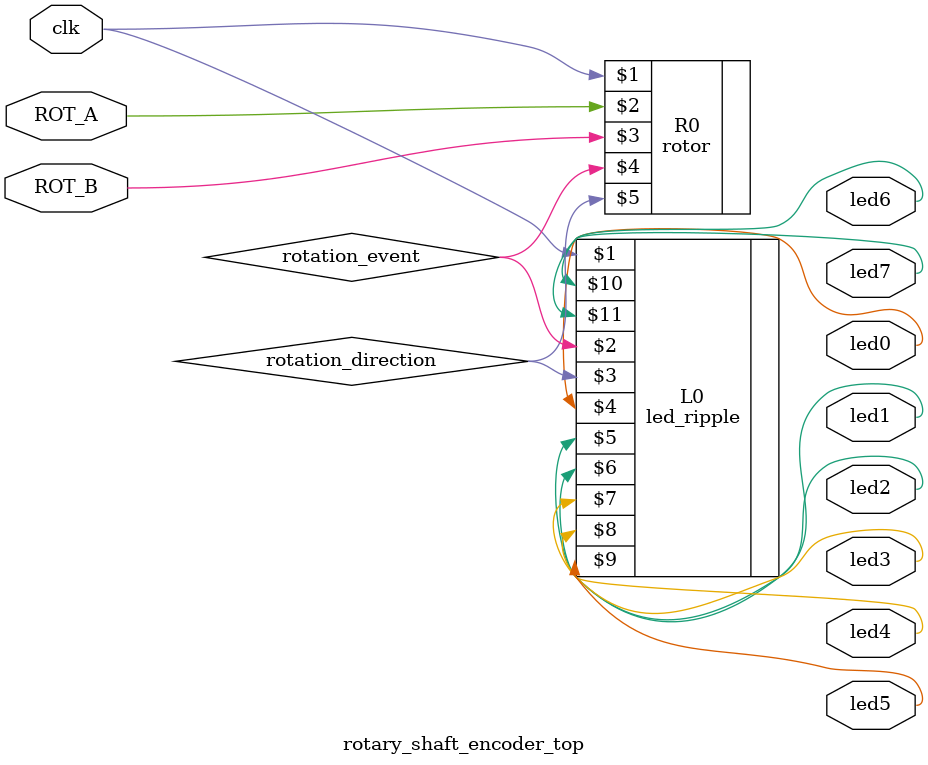
<source format=v>
`timescale 1ns / 1ps
module rotary_shaft_encoder_top( clk, ROT_A, ROT_B, led0, led1, led2, led3, led4, led5, led6, led7
    );
	 
	 input clk, ROT_A, ROT_B;
	 output led0, led1, led2, led3, led4, led5, led6, led7;
	 wire led0, led1, led2, led3, led4, led5, led6, led7;
	 wire rotation_event, rotation_direction;
	 
	 rotor R0(clk, ROT_A, ROT_B, rotation_event, rotation_direction);
	 led_ripple L0(clk, rotation_event, rotation_direction, led0, led1, led2, led3, led4, led5, led6, led7);

endmodule

</source>
